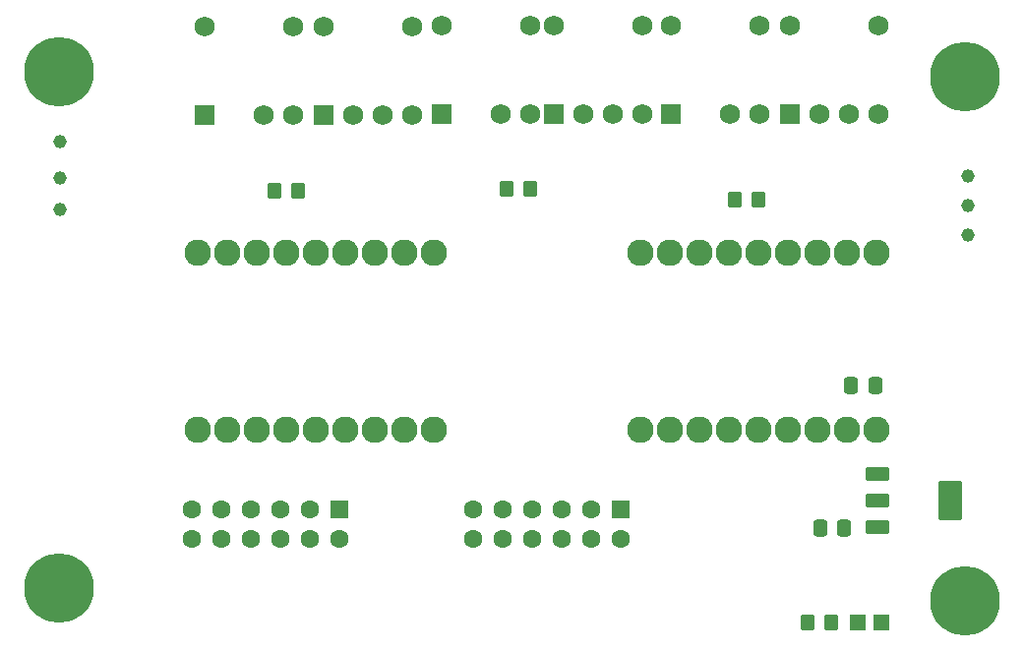
<source format=gbr>
%TF.GenerationSoftware,KiCad,Pcbnew,9.0.0-rc2-32673a0ead~182~ubuntu24.04.1*%
%TF.CreationDate,2025-01-29T18:27:37-05:00*%
%TF.ProjectId,cmod_s7,636d6f64-5f73-4372-9e6b-696361645f70,rev?*%
%TF.SameCoordinates,Original*%
%TF.FileFunction,Soldermask,Top*%
%TF.FilePolarity,Negative*%
%FSLAX46Y46*%
G04 Gerber Fmt 4.6, Leading zero omitted, Abs format (unit mm)*
G04 Created by KiCad (PCBNEW 9.0.0-rc2-32673a0ead~182~ubuntu24.04.1) date 2025-01-29 18:27:37*
%MOMM*%
%LPD*%
G01*
G04 APERTURE LIST*
G04 Aperture macros list*
%AMRoundRect*
0 Rectangle with rounded corners*
0 $1 Rounding radius*
0 $2 $3 $4 $5 $6 $7 $8 $9 X,Y pos of 4 corners*
0 Add a 4 corners polygon primitive as box body*
4,1,4,$2,$3,$4,$5,$6,$7,$8,$9,$2,$3,0*
0 Add four circle primitives for the rounded corners*
1,1,$1+$1,$2,$3*
1,1,$1+$1,$4,$5*
1,1,$1+$1,$6,$7*
1,1,$1+$1,$8,$9*
0 Add four rect primitives between the rounded corners*
20,1,$1+$1,$2,$3,$4,$5,0*
20,1,$1+$1,$4,$5,$6,$7,0*
20,1,$1+$1,$6,$7,$8,$9,0*
20,1,$1+$1,$8,$9,$2,$3,0*%
G04 Aperture macros list end*
%ADD10C,1.594000*%
%ADD11RoundRect,0.102000X0.695000X0.695000X-0.695000X0.695000X-0.695000X-0.695000X0.695000X-0.695000X0*%
%ADD12RoundRect,0.250000X-0.350000X-0.450000X0.350000X-0.450000X0.350000X0.450000X-0.350000X0.450000X0*%
%ADD13RoundRect,0.250000X0.350000X0.450000X-0.350000X0.450000X-0.350000X-0.450000X0.350000X-0.450000X0*%
%ADD14RoundRect,0.102000X0.762000X0.762000X-0.762000X0.762000X-0.762000X-0.762000X0.762000X-0.762000X0*%
%ADD15C,1.728000*%
%ADD16RoundRect,0.250000X0.337500X0.475000X-0.337500X0.475000X-0.337500X-0.475000X0.337500X-0.475000X0*%
%ADD17RoundRect,0.102000X-0.875000X-0.475000X0.875000X-0.475000X0.875000X0.475000X-0.875000X0.475000X0*%
%ADD18RoundRect,0.102000X-0.875000X-1.625000X0.875000X-1.625000X0.875000X1.625000X-0.875000X1.625000X0*%
%ADD19RoundRect,0.102000X0.600000X0.600000X-0.600000X0.600000X-0.600000X-0.600000X0.600000X-0.600000X0*%
%ADD20C,2.286000*%
%ADD21C,6.000000*%
%ADD22C,1.168400*%
G04 APERTURE END LIST*
D10*
%TO.C,J7*%
X101092000Y-76708000D03*
X103632000Y-76708000D03*
X106172000Y-76708000D03*
X108712000Y-76708000D03*
X111252000Y-76708000D03*
X113792000Y-76708000D03*
X101092000Y-74168000D03*
X103632000Y-74168000D03*
X106172000Y-74168000D03*
X108712000Y-74168000D03*
X111252000Y-74168000D03*
D11*
X113792000Y-74168000D03*
%TD*%
D12*
%TO.C,R1*%
X154083000Y-83947000D03*
X156083000Y-83947000D03*
%TD*%
D13*
%TO.C,R4*%
X110220000Y-46736000D03*
X108220000Y-46736000D03*
%TD*%
D14*
%TO.C,J1*%
X122555000Y-40163500D03*
D15*
X127635000Y-40163500D03*
X130175000Y-40163500D03*
X130175000Y-32543500D03*
X122555000Y-32543500D03*
%TD*%
D16*
%TO.C,C7*%
X157247500Y-75819000D03*
X155172500Y-75819000D03*
%TD*%
D17*
%TO.C,U1*%
X160045000Y-71106000D03*
X160045000Y-73406000D03*
X160045000Y-75706000D03*
D18*
X166345000Y-73406000D03*
%TD*%
D14*
%TO.C,J5*%
X102209600Y-40197500D03*
D15*
X107289600Y-40197500D03*
X109829600Y-40197500D03*
X109829600Y-32577500D03*
X102209600Y-32577500D03*
%TD*%
D19*
%TO.C,D1*%
X160451000Y-83947000D03*
X158351000Y-83947000D03*
%TD*%
D14*
%TO.C,J4*%
X152511000Y-40163500D03*
D15*
X155051000Y-40163500D03*
X157591000Y-40163500D03*
X160131000Y-40163500D03*
X160131000Y-32543500D03*
X152511000Y-32543500D03*
%TD*%
D13*
%TO.C,R2*%
X130175000Y-46609000D03*
X128175000Y-46609000D03*
%TD*%
D11*
%TO.C,J8*%
X138015500Y-74168000D03*
D10*
X135475500Y-74168000D03*
X132935500Y-74168000D03*
X130395500Y-74168000D03*
X127855500Y-74168000D03*
X125315500Y-74168000D03*
X138015500Y-76708000D03*
X135475500Y-76708000D03*
X132935500Y-76708000D03*
X130395500Y-76708000D03*
X127855500Y-76708000D03*
X125315500Y-76708000D03*
%TD*%
D20*
%TO.C,U2*%
X101600000Y-67340000D03*
X104140000Y-67340000D03*
X106680000Y-67340000D03*
X109220000Y-67340000D03*
X111760000Y-67340000D03*
X114300000Y-67340000D03*
X116840000Y-67340000D03*
X119380000Y-67340000D03*
X121920000Y-67340000D03*
X139700000Y-67340000D03*
X142240000Y-67340000D03*
X144780000Y-67340000D03*
X147320000Y-67340000D03*
X149860000Y-67340000D03*
X152400000Y-67340000D03*
X154940000Y-67340000D03*
X157480000Y-67340000D03*
X160020000Y-67340000D03*
X160020000Y-52100000D03*
X157480000Y-52100000D03*
X154940000Y-52100000D03*
X152400000Y-52100000D03*
X149860000Y-52100000D03*
X147320000Y-52100000D03*
X144780000Y-52100000D03*
X142240000Y-52100000D03*
X139700000Y-52100000D03*
X121920000Y-52100000D03*
X119380000Y-52100000D03*
X116840000Y-52100000D03*
X114300000Y-52100000D03*
X111760000Y-52100000D03*
X109220000Y-52100000D03*
X106680000Y-52100000D03*
X104140000Y-52100000D03*
X101600000Y-52100000D03*
%TD*%
D14*
%TO.C,J2*%
X132223000Y-40163500D03*
D15*
X134763000Y-40163500D03*
X137303000Y-40163500D03*
X139843000Y-40163500D03*
X139843000Y-32543500D03*
X132223000Y-32543500D03*
%TD*%
D14*
%TO.C,J6*%
X112395000Y-40197500D03*
D15*
X114935000Y-40197500D03*
X117475000Y-40197500D03*
X120015000Y-40197500D03*
X120015000Y-32577500D03*
X112395000Y-32577500D03*
%TD*%
D14*
%TO.C,J3*%
X142335000Y-40163500D03*
D15*
X147415000Y-40163500D03*
X149955000Y-40163500D03*
X149955000Y-32543500D03*
X142335000Y-32543500D03*
%TD*%
D16*
%TO.C,C8*%
X159914500Y-63500000D03*
X157839500Y-63500000D03*
%TD*%
D13*
%TO.C,R3*%
X149844000Y-47498000D03*
X147844000Y-47498000D03*
%TD*%
D21*
%TO.C,H2*%
X167640000Y-36927000D03*
%TD*%
%TO.C,H3*%
X89662002Y-36546000D03*
%TD*%
%TO.C,H1*%
X89662002Y-80996000D03*
%TD*%
%TO.C,H4*%
X167640000Y-82042000D03*
%TD*%
D22*
X167894000Y-50546000D03*
X167894000Y-48006000D03*
X167894000Y-45466000D03*
X89712800Y-45669200D03*
X89712800Y-42494200D03*
X89712800Y-48336200D03*
M02*

</source>
